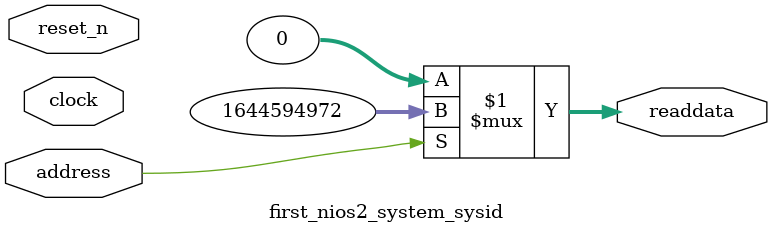
<source format=v>



// synthesis translate_off
`timescale 1ns / 1ps
// synthesis translate_on

// turn off superfluous verilog processor warnings 
// altera message_level Level1 
// altera message_off 10034 10035 10036 10037 10230 10240 10030 

module first_nios2_system_sysid (
               // inputs:
                address,
                clock,
                reset_n,

               // outputs:
                readdata
             )
;

  output  [ 31: 0] readdata;
  input            address;
  input            clock;
  input            reset_n;

  wire    [ 31: 0] readdata;
  //control_slave, which is an e_avalon_slave
  assign readdata = address ? 1644594972 : 0;

endmodule



</source>
